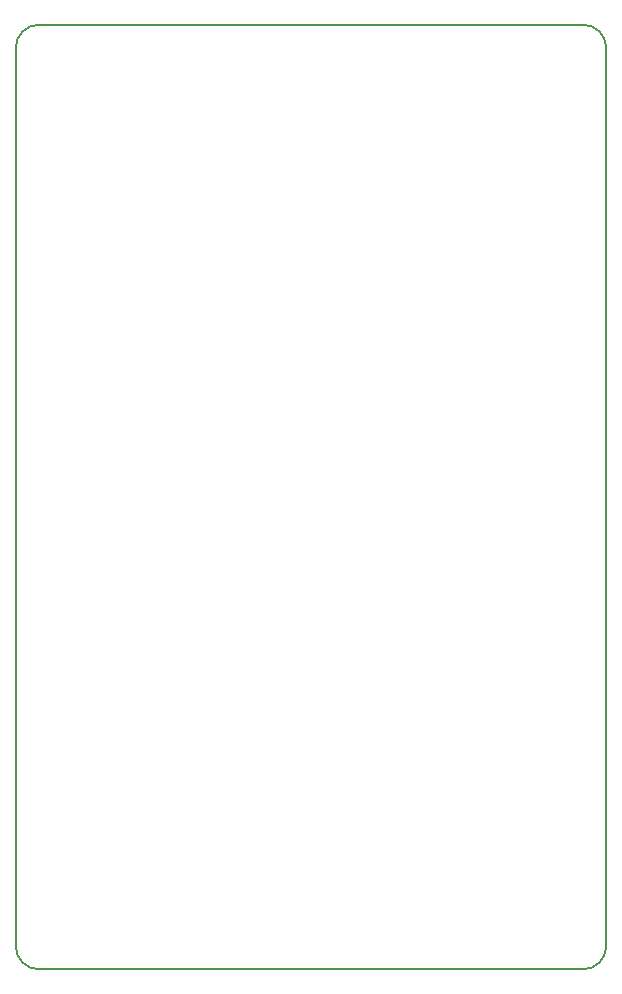
<source format=gbr>
%TF.GenerationSoftware,KiCad,Pcbnew,(5.0.0)*%
%TF.CreationDate,2018-11-06T01:25:48+05:00*%
%TF.ProjectId,Dev Board,44657620426F6172642E6B696361645F,rev?*%
%TF.SameCoordinates,Original*%
%TF.FileFunction,Profile,NP*%
%FSLAX46Y46*%
G04 Gerber Fmt 4.6, Leading zero omitted, Abs format (unit mm)*
G04 Created by KiCad (PCBNEW (5.0.0)) date 11/06/18 01:25:48*
%MOMM*%
%LPD*%
G01*
G04 APERTURE LIST*
%ADD10C,0.150000*%
G04 APERTURE END LIST*
D10*
X102000000Y-140000000D02*
X128000000Y-140000000D01*
X138000000Y-140000000D02*
X128000000Y-140000000D01*
X102000000Y-140000000D02*
X92000000Y-140000000D01*
X140000000Y-138000000D02*
G75*
G02X138000000Y-140000000I-2000000J0D01*
G01*
X92000000Y-140000000D02*
G75*
G02X90000000Y-138000000I0J2000000D01*
G01*
X90000000Y-62000000D02*
G75*
G02X92000000Y-60000000I2000000J0D01*
G01*
X138000000Y-60000000D02*
G75*
G02X140000000Y-62000000I0J-2000000D01*
G01*
X140000000Y-62000000D02*
X140000000Y-138000000D01*
X92000000Y-60000000D02*
X138000000Y-60000000D01*
X90000000Y-138000000D02*
X90000000Y-62000000D01*
M02*

</source>
